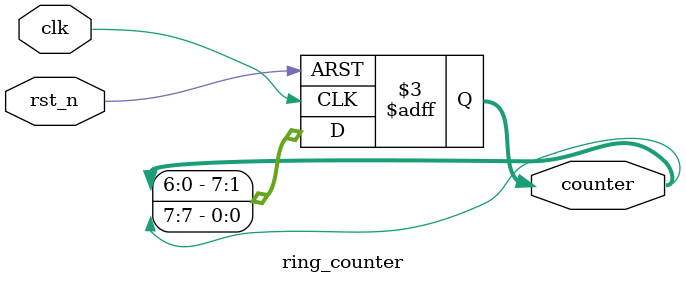
<source format=v>
module ring_counter (
    input clk,
    input rst_n,
    output reg [7:0] counter
);

always @(posedge clk or negedge rst_n) begin
    if(!rst_n)begin
        counter <= 8'b01010101;
    end
    else begin
        counter <= {counter[6:0], counter[7]};
    end
end
    
endmodule
</source>
